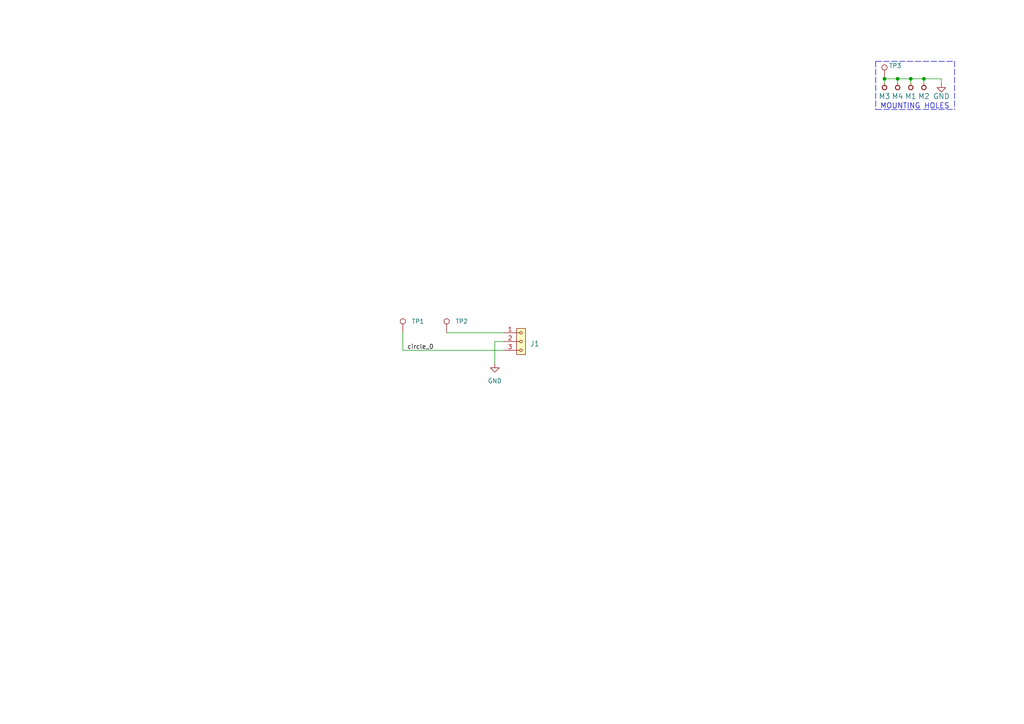
<source format=kicad_sch>
(kicad_sch (version 20211123) (generator eeschema)
  (paper "A4")
  (title_block (title "PINHOLDER02A") (date "2023-04-12") (rev "02A") (company "www.mlab.cz"))
  (lib_symbols
    (symbol "Connector:TestPoint" (pin_numbers hide) (pin_names (offset 0.762) hide)
      (property "Reference" "TP" (at 0 6.858 0))
      (property "Value" "TestPoint" (at 0 5.08 0))
      (symbol "TestPoint_0_1"
        (circle (center 0 3.302) (radius 0.762))
      )
      (symbol "TestPoint_1_1"
        (pin passive line (at 0 0 90) (length 2.54) (name "1") (number "1"))
      )
    )
    (symbol "MLAB_HEADER:HEADER_1x03" (pin_names (offset 1.016))
      (property "Reference" "J" (at 0 -5.08 0))
      (property "Value" "HEADER_1x03" (at 0 5.08 0))
      (symbol "HEADER_1x03_0_1"
        (rectangle (start -1.27 3.81) (end 1.27 -3.81) (fill (type background)))
        (circle (center 0 -2.54) (radius 0.381))
        (polyline (pts (xy -1.27 -2.54) (xy -0.381 -2.54)))
        (polyline (pts (xy -1.27 0) (xy -0.381 0)))
        (polyline (pts (xy -1.27 2.54) (xy -0.381 2.54)))
        (circle (center 0 0) (radius 0.381))
        (circle (center 0 2.54) (radius 0.381))
      )
      (symbol "HEADER_1x03_1_1"
        (pin input line (at -5.08 2.54 0) (length 3.81) (name "~") (number "1"))
        (pin input line (at -5.08 0 0) (length 3.81) (name "~") (number "2"))
        (pin input line (at -5.08 -2.54 0) (length 3.81) (name "~") (number "3"))
      )
    )
    (symbol "MLAB_MECHANICAL:HOLE" (pin_numbers hide) (pin_names (offset 1.016) hide)
      (property "Reference" "M" (at 0 2.54 0))
      (property "Value" "HOLE" (at 0 -2.54 0))
      (symbol "HOLE_0_1"
        (circle (center 0 0) (radius 0.635) (stroke (width 0.254)))
      )
      (symbol "HOLE_1_1"
        (pin input line (at 1.27 0 180) (length 0.635) (name "~") (number "1"))
      )
    )
    (symbol "power:GND" (power) (pin_names (offset 0))
      (property "Value" "GND" (at 0 -3.81 0))
      (symbol "GND_0_1"
        (polyline (pts (xy 0 0) (xy 0 -1.27) (xy 1.27 -1.27) (xy 0 -2.54) (xy -1.27 -1.27) (xy 0 -1.27)))
      )
      (symbol "GND_1_1"
        (pin power_in line (at 0 0 270) (length 0) hide (name "GND") (number "1"))
      )
    )
  )
  (junction (at 264.16 22.86))
  (junction (at 267.97 22.86))
  (junction (at 260.35 22.86))
  (junction (at 256.54 22.86))
  (wire (pts (xy 267.97 22.86) (xy 267.97 24.13)))
  (wire (pts (xy 260.35 24.13) (xy 260.35 22.86)))
  (wire (pts (xy 260.35 22.86) (xy 264.16 22.86)))
  (wire (pts (xy 143.51 99.06) (xy 143.51 105.41)))
  (wire (pts (xy 116.84 101.6) (xy 146.05 101.6)))
  (polyline (pts (xy 254 31.75) (xy 276.86 31.75)) (stroke (width 0) (type dash)))
  (polyline (pts (xy 254 17.78) (xy 276.86 17.78)) (stroke (width 0) (type dash)))
  (wire (pts (xy 273.05 24.13) (xy 273.05 22.86)))
  (wire (pts (xy 129.54 96.52) (xy 146.05 96.52)))
  (wire (pts (xy 146.05 99.06) (xy 143.51 99.06)))
  (polyline (pts (xy 276.86 17.78) (xy 276.86 31.75)) (stroke (width 0) (type dash)))
  (wire (pts (xy 116.84 96.52) (xy 116.84 101.6)))
  (wire (pts (xy 264.16 22.86) (xy 264.16 24.13)))
  (wire (pts (xy 264.16 22.86) (xy 267.97 22.86)))
  (wire (pts (xy 256.54 24.13) (xy 256.54 22.86)))
  (wire (pts (xy 256.54 22.86) (xy 260.35 22.86)))
  (polyline (pts (xy 254 17.78) (xy 254 31.75)) (stroke (width 0) (type dash)))
  (wire (pts (xy 267.97 22.86) (xy 273.05 22.86)))
  (text "MOUNTING HOLES" (at 255.27 31.75 0) (effects (font (size 1.524 1.524)) (justify left bottom)))
  (label "circle_0" (at 118.11 101.6 0))
  (symbol (lib_id "Connector:TestPoint") (at 116.84 96.52 0) (unit 1)
    (property "Reference" "TP1" (at 119.38 93.2179 0) (effects (justify left)))
    (property "Value" "TestPoint" (effects hide))
    (property "Footprint" "Mlab_CON:TestPoint_Pad_D0.5mm_noSilk" (effects hide))
    (property "Footprint" "Mlab_CON:TestPoint_Pad_D0.5mm_noSilk" (effects hide))
    (property "Value" "TestPoint" (effects hide))
  )
  (symbol (lib_id "MLAB_MECHANICAL:HOLE") (at 264.16 25.4 90) (unit 1)
    (property "Reference" "M1" (at 264.16 27.94 90) (effects (font (size 1.524 1.524))))
    (property "Value" "HOLE" (effects hide))
    (property "Footprint" "Mlab_Mechanical:MountingHole_3mm" (effects hide))
  )
  (symbol (lib_id "MLAB_MECHANICAL:HOLE") (at 256.54 25.4 90) (unit 1)
    (property "Reference" "M3" (at 256.54 27.94 90) (effects (font (size 1.524 1.524))))
    (property "Value" "HOLE" (effects hide))
    (property "Footprint" "Mlab_Mechanical:MountingHole_3mm" (effects hide))
  )
  (symbol (lib_id "MLAB_MECHANICAL:HOLE") (at 267.97 25.4 90) (unit 1)
    (property "Reference" "M2" (at 267.97 27.94 90) (effects (font (size 1.524 1.524))))
    (property "Value" "HOLE" (effects hide))
    (property "Footprint" "Mlab_Mechanical:MountingHole_3mm" (effects hide))
  )
  (symbol (lib_id "Connector:TestPoint") (at 256.54 22.86 0) (unit 1)
    (property "Reference" "TP3" (at 257.81 19.05 0) (effects (justify left)))
    (property "Value" "TestPoint" (effects hide))
    (property "Footprint" "TestPoint:TestPoint_Pad_D2.0mm" (effects hide))
    (property "Footprint" "TestPoint:TestPoint_Pad_D2.0mm" (effects hide))
    (property "Value" "TestPoint" (effects hide))
  )
  (symbol (lib_id "power:GND") (at 273.05 24.13 0) (unit 1)
    (property "Reference" "#PWR01" (effects hide))
    (property "Value" "GND" (at 273.05 27.94 0) (effects (font (size 1.524 1.524))))
  )
  (symbol (lib_id "MLAB_MECHANICAL:HOLE") (at 260.35 25.4 90) (unit 1)
    (property "Reference" "M4" (at 260.35 27.94 90) (effects (font (size 1.524 1.524))))
    (property "Value" "HOLE" (effects hide))
    (property "Footprint" "Mlab_Mechanical:MountingHole_3mm" (effects hide))
  )
  (symbol (lib_id "MLAB_HEADER:HEADER_1x03") (at 151.13 99.06 0) (unit 1)
    (property "Reference" "J1" (at 153.67 99.695 0) (effects (font (size 1.524 1.524)) (justify left)))
    (property "Value" "HEADER_1x03" (effects hide))
    (property "Footprint" "Connector_PinHeader_2.54mm:PinHeader_1x03_P2.54mm_Vertical_SMD_Pin1Left" (effects hide))
  )
  (symbol (lib_id "power:GND") (at 143.51 105.41 0) (unit 1)
    (property "Reference" "#PWR0101" (effects hide))
    (property "Value" "GND" (at 143.51 110.49 0))
  )
  (symbol (lib_id "Connector:TestPoint") (at 129.54 96.52 0) (unit 1)
    (property "Reference" "TP2" (at 132.08 93.2179 0) (effects (justify left)))
    (property "Value" "TestPoint" (effects hide))
    (property "Footprint" "TestPoint:TestPoint_Keystone_5019_Minature" (effects hide))
    (property "Footprint" "TestPoint:TestPoint_Keystone_5019_Minature" (effects hide))
    (property "Value" "TestPoint" (effects hide))
  )
)
</source>
